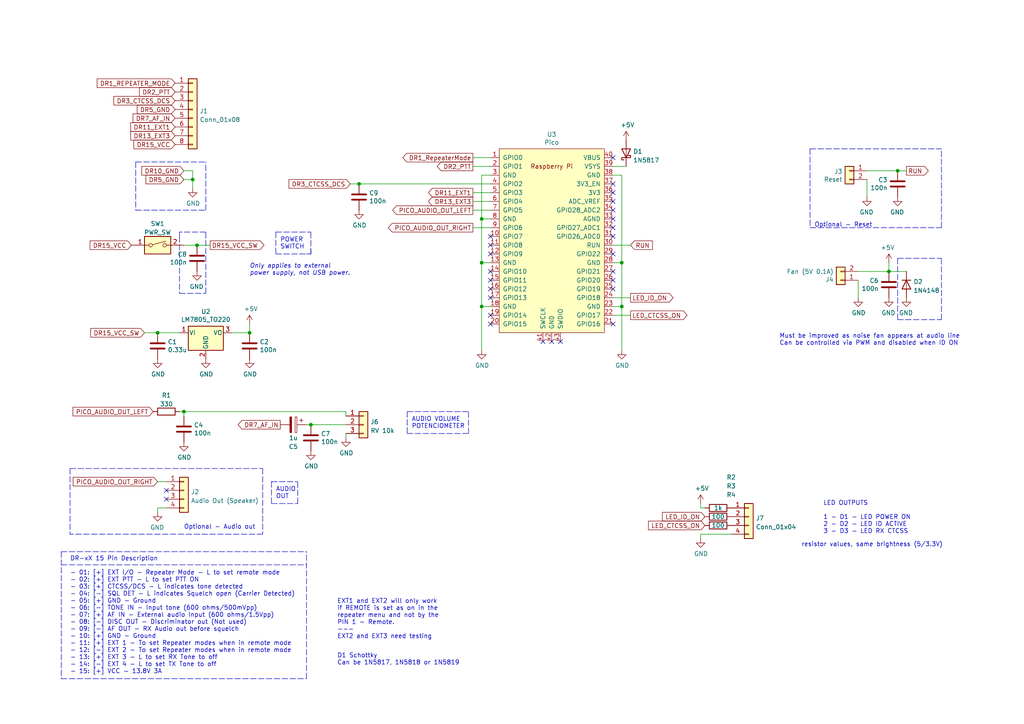
<source format=kicad_sch>
(kicad_sch (version 20211123) (generator eeschema)
  (paper "A4")
  (title_block (title "PicoIDx") (date "2021-12-28") (rev "1.1") (company "#pragma | CT1ENQ") (comment 2 "Raspberry Pi Pico  YAESU DR-x Repeater Voice ID Project") (comment 4 "ARM - Associação Radioamadores do Minho - CS1ARM - CS5ARM"))
  (lib_symbols
    (symbol "Connector_Generic:Conn_01x02" (pin_names (offset 1.016) hide)
      (property "Reference" "J" (at 0 2.54 0))
      (property "Value" "Conn_01x02" (at 0 -5.08 0))
      (symbol "Conn_01x02_1_1"
        (rectangle (start -1.27 -2.413) (end 0 -2.667) (stroke (width 0.1524)))
        (rectangle (start -1.27 0.127) (end 0 -0.127) (stroke (width 0.1524)))
        (rectangle (start -1.27 1.27) (end 1.27 -3.81) (stroke (width 0.254)) (fill (type background)))
        (pin passive line (at -5.08 0 0) (length 3.81) (name "Pin_1") (number "1"))
        (pin passive line (at -5.08 -2.54 0) (length 3.81) (name "Pin_2") (number "2"))
      )
    )
    (symbol "Connector_Generic:Conn_01x03" (pin_names (offset 1.016) hide)
      (property "Reference" "J" (at 0 5.08 0))
      (property "Value" "Conn_01x03" (at 0 -5.08 0))
      (symbol "Conn_01x03_1_1"
        (rectangle (start -1.27 -2.413) (end 0 -2.667) (stroke (width 0.1524)))
        (rectangle (start -1.27 0.127) (end 0 -0.127) (stroke (width 0.1524)))
        (rectangle (start -1.27 2.667) (end 0 2.413) (stroke (width 0.1524)))
        (rectangle (start -1.27 3.81) (end 1.27 -3.81) (stroke (width 0.254)) (fill (type background)))
        (pin passive line (at -5.08 2.54 0) (length 3.81) (name "Pin_1") (number "1"))
        (pin passive line (at -5.08 0 0) (length 3.81) (name "Pin_2") (number "2"))
        (pin passive line (at -5.08 -2.54 0) (length 3.81) (name "Pin_3") (number "3"))
      )
    )
    (symbol "Connector_Generic:Conn_01x04" (pin_names (offset 1.016) hide)
      (property "Reference" "J" (at 0 5.08 0))
      (property "Value" "Conn_01x04" (at 0 -7.62 0))
      (symbol "Conn_01x04_1_1"
        (rectangle (start -1.27 -4.953) (end 0 -5.207) (stroke (width 0.1524)))
        (rectangle (start -1.27 -2.413) (end 0 -2.667) (stroke (width 0.1524)))
        (rectangle (start -1.27 0.127) (end 0 -0.127) (stroke (width 0.1524)))
        (rectangle (start -1.27 2.667) (end 0 2.413) (stroke (width 0.1524)))
        (rectangle (start -1.27 3.81) (end 1.27 -6.35) (stroke (width 0.254)) (fill (type background)))
        (pin passive line (at -5.08 2.54 0) (length 3.81) (name "Pin_1") (number "1"))
        (pin passive line (at -5.08 0 0) (length 3.81) (name "Pin_2") (number "2"))
        (pin passive line (at -5.08 -2.54 0) (length 3.81) (name "Pin_3") (number "3"))
        (pin passive line (at -5.08 -5.08 0) (length 3.81) (name "Pin_4") (number "4"))
      )
    )
    (symbol "Connector_Generic:Conn_01x08" (pin_names (offset 1.016) hide)
      (property "Reference" "J" (at 0 10.16 0))
      (property "Value" "Conn_01x08" (at 0 -12.7 0))
      (symbol "Conn_01x08_1_1"
        (rectangle (start -1.27 -10.033) (end 0 -10.287) (stroke (width 0.1524)))
        (rectangle (start -1.27 -7.493) (end 0 -7.747) (stroke (width 0.1524)))
        (rectangle (start -1.27 -4.953) (end 0 -5.207) (stroke (width 0.1524)))
        (rectangle (start -1.27 -2.413) (end 0 -2.667) (stroke (width 0.1524)))
        (rectangle (start -1.27 0.127) (end 0 -0.127) (stroke (width 0.1524)))
        (rectangle (start -1.27 2.667) (end 0 2.413) (stroke (width 0.1524)))
        (rectangle (start -1.27 5.207) (end 0 4.953) (stroke (width 0.1524)))
        (rectangle (start -1.27 7.747) (end 0 7.493) (stroke (width 0.1524)))
        (rectangle (start -1.27 8.89) (end 1.27 -11.43) (stroke (width 0.254)) (fill (type background)))
        (pin passive line (at -5.08 7.62 0) (length 3.81) (name "Pin_1") (number "1"))
        (pin passive line (at -5.08 5.08 0) (length 3.81) (name "Pin_2") (number "2"))
        (pin passive line (at -5.08 2.54 0) (length 3.81) (name "Pin_3") (number "3"))
        (pin passive line (at -5.08 0 0) (length 3.81) (name "Pin_4") (number "4"))
        (pin passive line (at -5.08 -2.54 0) (length 3.81) (name "Pin_5") (number "5"))
        (pin passive line (at -5.08 -5.08 0) (length 3.81) (name "Pin_6") (number "6"))
        (pin passive line (at -5.08 -7.62 0) (length 3.81) (name "Pin_7") (number "7"))
        (pin passive line (at -5.08 -10.16 0) (length 3.81) (name "Pin_8") (number "8"))
      )
    )
    (symbol "Device:C" (pin_numbers hide) (pin_names (offset 0.254))
      (property "Reference" "C" (at 0.635 2.54 0))
      (property "Value" "C" (at 0.635 -2.54 0))
      (symbol "C_0_1"
        (polyline (pts (xy -2.032 -0.762) (xy 2.032 -0.762)) (stroke (width 0.508)))
        (polyline (pts (xy -2.032 0.762) (xy 2.032 0.762)) (stroke (width 0.508)))
      )
      (symbol "C_1_1"
        (pin passive line (at 0 3.81 270) (length 2.794) (name "~") (number "1"))
        (pin passive line (at 0 -3.81 90) (length 2.794) (name "~") (number "2"))
      )
    )
    (symbol "Device:C_Polarized" (pin_numbers hide) (pin_names (offset 0.254))
      (property "Reference" "C" (at 0.635 2.54 0))
      (property "Value" "C_Polarized" (at 0.635 -2.54 0))
      (symbol "C_Polarized_0_1"
        (rectangle (start -2.286 0.508) (end 2.286 1.016))
        (polyline (pts (xy -1.778 2.286) (xy -0.762 2.286)))
        (polyline (pts (xy -1.27 2.794) (xy -1.27 1.778)))
        (rectangle (start 2.286 -0.508) (end -2.286 -1.016) (fill (type outline)))
      )
      (symbol "C_Polarized_1_1"
        (pin passive line (at 0 3.81 270) (length 2.794) (name "~") (number "1"))
        (pin passive line (at 0 -3.81 90) (length 2.794) (name "~") (number "2"))
      )
    )
    (symbol "Device:R" (pin_numbers hide) (pin_names (offset 0))
      (property "Reference" "R" (at 2.032 0 90))
      (property "Value" "R" (at 0 0 90))
      (symbol "R_0_1"
        (rectangle (start -1.016 -2.54) (end 1.016 2.54) (stroke (width 0.254)))
      )
      (symbol "R_1_1"
        (pin passive line (at 0 3.81 270) (length 1.27) (name "~") (number "1"))
        (pin passive line (at 0 -3.81 90) (length 1.27) (name "~") (number "2"))
      )
    )
    (symbol "Diode:1N4148" (pin_numbers hide) (pin_names (offset 1.016) hide)
      (property "Reference" "D" (at 0 2.54 0))
      (property "Value" "1N4148" (at 0 -2.54 0))
      (symbol "1N4148_0_1"
        (polyline (pts (xy -1.27 1.27) (xy -1.27 -1.27)) (stroke (width 0.254)))
        (polyline (pts (xy 1.27 0) (xy -1.27 0)))
        (polyline (pts (xy 1.27 1.27) (xy 1.27 -1.27) (xy -1.27 0) (xy 1.27 1.27)) (stroke (width 0.254)))
      )
      (symbol "1N4148_1_1"
        (pin passive line (at -3.81 0 0) (length 2.54) (name "K") (number "1"))
        (pin passive line (at 3.81 0 180) (length 2.54) (name "A") (number "2"))
      )
    )
    (symbol "Diode:1N5817" (pin_numbers hide) (pin_names (offset 1.016) hide)
      (property "Reference" "D" (at 0 2.54 0))
      (property "Value" "1N5817" (at 0 -2.54 0))
      (symbol "1N5817_0_1"
        (polyline (pts (xy 1.27 0) (xy -1.27 0)))
        (polyline (pts (xy 1.27 1.27) (xy 1.27 -1.27) (xy -1.27 0) (xy 1.27 1.27)) (stroke (width 0.254)))
        (polyline (pts (xy -1.905 0.635) (xy -1.905 1.27) (xy -1.27 1.27) (xy -1.27 -1.27) (xy -0.635 -1.27) (xy -0.635 -0.635)) (stroke (width 0.254)))
      )
      (symbol "1N5817_1_1"
        (pin passive line (at -3.81 0 0) (length 2.54) (name "K") (number "1"))
        (pin passive line (at 3.81 0 180) (length 2.54) (name "A") (number "2"))
      )
    )
    (symbol "MCU_RaspberryPi_and_Boards:Pico" (pin_names (offset 1.016))
      (property "Reference" "U" (at -13.97 27.94 0))
      (property "Value" "MCU_RaspberryPi_and_Boards_Pico" (at 0 19.05 0))
      (symbol "Pico_0_0"
        (text "Raspberry Pi" (at 0 21.59 0) (effects (font (size 1.27 1.27))))
      )
      (symbol "Pico_0_1"
        (rectangle (start -15.24 26.67) (end 15.24 -26.67) (fill (type background)))
      )
      (symbol "Pico_1_1"
        (pin bidirectional line (at -17.78 24.13 0) (length 2.54) (name "GPIO0") (number "1"))
        (pin bidirectional line (at -17.78 1.27 0) (length 2.54) (name "GPIO7") (number "10"))
        (pin bidirectional line (at -17.78 -1.27 0) (length 2.54) (name "GPIO8") (number "11"))
        (pin bidirectional line (at -17.78 -3.81 0) (length 2.54) (name "GPIO9") (number "12"))
        (pin power_in line (at -17.78 -6.35 0) (length 2.54) (name "GND") (number "13"))
        (pin bidirectional line (at -17.78 -8.89 0) (length 2.54) (name "GPIO10") (number "14"))
        (pin bidirectional line (at -17.78 -11.43 0) (length 2.54) (name "GPIO11") (number "15"))
        (pin bidirectional line (at -17.78 -13.97 0) (length 2.54) (name "GPIO12") (number "16"))
        (pin bidirectional line (at -17.78 -16.51 0) (length 2.54) (name "GPIO13") (number "17"))
        (pin power_in line (at -17.78 -19.05 0) (length 2.54) (name "GND") (number "18"))
        (pin bidirectional line (at -17.78 -21.59 0) (length 2.54) (name "GPIO14") (number "19"))
        (pin bidirectional line (at -17.78 21.59 0) (length 2.54) (name "GPIO1") (number "2"))
        (pin bidirectional line (at -17.78 -24.13 0) (length 2.54) (name "GPIO15") (number "20"))
        (pin bidirectional line (at 17.78 -24.13 180) (length 2.54) (name "GPIO16") (number "21"))
        (pin bidirectional line (at 17.78 -21.59 180) (length 2.54) (name "GPIO17") (number "22"))
        (pin power_in line (at 17.78 -19.05 180) (length 2.54) (name "GND") (number "23"))
        (pin bidirectional line (at 17.78 -16.51 180) (length 2.54) (name "GPIO18") (number "24"))
        (pin bidirectional line (at 17.78 -13.97 180) (length 2.54) (name "GPIO19") (number "25"))
        (pin bidirectional line (at 17.78 -11.43 180) (length 2.54) (name "GPIO20") (number "26"))
        (pin bidirectional line (at 17.78 -8.89 180) (length 2.54) (name "GPIO21") (number "27"))
        (pin power_in line (at 17.78 -6.35 180) (length 2.54) (name "GND") (number "28"))
        (pin bidirectional line (at 17.78 -3.81 180) (length 2.54) (name "GPIO22") (number "29"))
        (pin power_in line (at -17.78 19.05 0) (length 2.54) (name "GND") (number "3"))
        (pin input line (at 17.78 -1.27 180) (length 2.54) (name "RUN") (number "30"))
        (pin bidirectional line (at 17.78 1.27 180) (length 2.54) (name "GPIO26_ADC0") (number "31"))
        (pin bidirectional line (at 17.78 3.81 180) (length 2.54) (name "GPIO27_ADC1") (number "32"))
        (pin power_in line (at 17.78 6.35 180) (length 2.54) (name "AGND") (number "33"))
        (pin bidirectional line (at 17.78 8.89 180) (length 2.54) (name "GPIO28_ADC2") (number "34"))
        (pin unspecified line (at 17.78 11.43 180) (length 2.54) (name "ADC_VREF") (number "35"))
        (pin unspecified line (at 17.78 13.97 180) (length 2.54) (name "3V3") (number "36"))
        (pin input line (at 17.78 16.51 180) (length 2.54) (name "3V3_EN") (number "37"))
        (pin bidirectional line (at 17.78 19.05 180) (length 2.54) (name "GND") (number "38"))
        (pin unspecified line (at 17.78 21.59 180) (length 2.54) (name "VSYS") (number "39"))
        (pin bidirectional line (at -17.78 16.51 0) (length 2.54) (name "GPIO2") (number "4"))
        (pin unspecified line (at 17.78 24.13 180) (length 2.54) (name "VBUS") (number "40"))
        (pin input line (at -2.54 -29.21 90) (length 2.54) (name "SWCLK") (number "41"))
        (pin power_in line (at 0 -29.21 90) (length 2.54) (name "GND") (number "42"))
        (pin bidirectional line (at 2.54 -29.21 90) (length 2.54) (name "SWDIO") (number "43"))
        (pin bidirectional line (at -17.78 13.97 0) (length 2.54) (name "GPIO3") (number "5"))
        (pin bidirectional line (at -17.78 11.43 0) (length 2.54) (name "GPIO4") (number "6"))
        (pin bidirectional line (at -17.78 8.89 0) (length 2.54) (name "GPIO5") (number "7"))
        (pin power_in line (at -17.78 6.35 0) (length 2.54) (name "GND") (number "8"))
        (pin bidirectional line (at -17.78 3.81 0) (length 2.54) (name "GPIO6") (number "9"))
      )
    )
    (symbol "Regulator_Linear:LM7805_TO220" (pin_names (offset 0.254))
      (property "Reference" "U" (at -3.81 3.175 0))
      (property "Value" "LM7805_TO220" (at 0 3.175 0))
      (symbol "LM7805_TO220_0_1"
        (rectangle (start -5.08 1.905) (end 5.08 -5.08) (stroke (width 0.254)) (fill (type background)))
      )
      (symbol "LM7805_TO220_1_1"
        (pin power_in line (at -7.62 0 0) (length 2.54) (name "VI") (number "1"))
        (pin power_in line (at 0 -7.62 90) (length 2.54) (name "GND") (number "2"))
        (pin power_out line (at 7.62 0 180) (length 2.54) (name "VO") (number "3"))
      )
    )
    (symbol "Switch:SW_DIP_x01" (pin_names (offset 0) hide)
      (property "Reference" "SW" (at 0 3.81 0))
      (property "Value" "SW_DIP_x01" (at 0 -3.81 0))
      (symbol "SW_DIP_x01_0_0"
        (circle (center -2.032 0) (radius 0.508))
        (polyline (pts (xy -1.524 0.127) (xy 2.3622 1.1684)))
        (circle (center 2.032 0) (radius 0.508))
      )
      (symbol "SW_DIP_x01_0_1"
        (rectangle (start -3.81 2.54) (end 3.81 -2.54) (stroke (width 0.254)) (fill (type background)))
      )
      (symbol "SW_DIP_x01_1_1"
        (pin passive line (at -7.62 0 0) (length 5.08) (name "~") (number "1"))
        (pin passive line (at 7.62 0 180) (length 5.08) (name "~") (number "2"))
      )
    )
    (symbol "power:+5V" (power) (pin_names (offset 0))
      (property "Value" "+5V" (at 0 3.556 0))
      (symbol "+5V_0_1"
        (polyline (pts (xy -0.762 1.27) (xy 0 2.54)))
        (polyline (pts (xy 0 0) (xy 0 2.54)))
        (polyline (pts (xy 0 2.54) (xy 0.762 1.27)))
      )
      (symbol "+5V_1_1"
        (pin power_in line (at 0 0 90) (length 0) hide (name "+5V") (number "1"))
      )
    )
    (symbol "power:GND" (power) (pin_names (offset 0))
      (property "Value" "GND" (at 0 -3.81 0))
      (symbol "GND_0_1"
        (polyline (pts (xy 0 0) (xy 0 -1.27) (xy 1.27 -1.27) (xy 0 -2.54) (xy -1.27 -1.27) (xy 0 -1.27)))
      )
      (symbol "GND_1_1"
        (pin power_in line (at 0 0 270) (length 0) hide (name "GND") (number "1"))
      )
    )
  )
  (junction (at 45.72 96.52))
  (junction (at 53.34 119.38))
  (junction (at 104.14 53.34))
  (junction (at 90.17 123.19))
  (junction (at 139.7 76.2))
  (junction (at 139.7 88.9))
  (junction (at 72.39 96.52))
  (junction (at 180.34 88.9))
  (junction (at 260.35 49.53))
  (junction (at 180.34 76.2))
  (junction (at 55.88 52.07))
  (junction (at 57.15 71.12))
  (junction (at 257.81 78.74))
  (junction (at 139.7 63.5))
  (no_connect (at 177.8 45.72))
  (no_connect (at 142.24 68.58))
  (no_connect (at 142.24 71.12))
  (no_connect (at 142.24 81.28))
  (no_connect (at 142.24 78.74))
  (no_connect (at 142.24 91.44))
  (no_connect (at 142.24 93.98))
  (no_connect (at 177.8 55.88))
  (no_connect (at 177.8 53.34))
  (no_connect (at 177.8 60.96))
  (no_connect (at 177.8 58.42))
  (no_connect (at 177.8 63.5))
  (no_connect (at 177.8 66.04))
  (no_connect (at 177.8 78.74))
  (no_connect (at 177.8 73.66))
  (no_connect (at 177.8 68.58))
  (no_connect (at 142.24 83.82))
  (no_connect (at 142.24 86.36))
  (no_connect (at 142.24 73.66))
  (no_connect (at 177.8 81.28))
  (no_connect (at 177.8 83.82))
  (no_connect (at 48.26 142.24))
  (no_connect (at 48.26 144.78))
  (no_connect (at 162.56 99.06))
  (no_connect (at 177.8 93.98))
  (no_connect (at 157.48 99.06))
  (no_connect (at 160.02 99.06))
  (wire (pts (xy 139.7 88.9) (xy 139.7 101.6)))
  (wire (pts (xy 137.16 66.04) (xy 142.24 66.04)))
  (wire (pts (xy 67.31 96.52) (xy 72.39 96.52)))
  (wire (pts (xy 248.92 78.74) (xy 257.81 78.74)))
  (wire (pts (xy 55.88 49.53) (xy 55.88 52.07)))
  (wire (pts (xy 260.35 49.53) (xy 251.46 49.53)))
  (polyline (pts (xy 17.78 163.83) (xy 88.9 163.83)))
  (wire (pts (xy 139.7 50.8) (xy 139.7 63.5)))
  (polyline (pts (xy 59.69 85.09) (xy 59.69 67.31)))
  (wire (pts (xy 203.2 154.94) (xy 203.2 156.21)))
  (wire (pts (xy 177.8 48.26) (xy 181.61 48.26)))
  (polyline (pts (xy 17.78 196.85) (xy 88.9 196.85)))
  (polyline (pts (xy 78.74 139.7) (xy 86.36 139.7)))
  (polyline (pts (xy 17.78 160.02) (xy 17.78 196.85)))
  (polyline (pts (xy 273.05 66.04) (xy 273.05 43.18)))
  (polyline (pts (xy 90.17 73.66) (xy 90.17 67.31)))
  (wire (pts (xy 88.9 123.19) (xy 90.17 123.19)))
  (wire (pts (xy 100.33 125.73) (xy 100.33 127)))
  (polyline (pts (xy 76.2 135.89) (xy 76.2 154.94)))
  (wire (pts (xy 139.7 88.9) (xy 142.24 88.9)))
  (wire (pts (xy 72.39 96.52) (xy 72.39 93.98)))
  (polyline (pts (xy 59.69 60.96) (xy 59.69 46.99)))
  (polyline (pts (xy 118.11 119.38) (xy 135.89 119.38)))
  (wire (pts (xy 177.8 86.36) (xy 182.88 86.36)))
  (polyline (pts (xy 76.2 154.94) (xy 20.32 154.94)))
  (wire (pts (xy 57.15 71.12) (xy 60.96 71.12)))
  (polyline (pts (xy 234.95 66.04) (xy 273.05 66.04)))
  (wire (pts (xy 251.46 52.07) (xy 251.46 57.15)))
  (wire (pts (xy 104.14 53.34) (xy 142.24 53.34)))
  (wire (pts (xy 203.2 154.94) (xy 212.09 154.94)))
  (wire (pts (xy 142.24 50.8) (xy 139.7 50.8)))
  (wire (pts (xy 139.7 63.5) (xy 142.24 63.5)))
  (polyline (pts (xy 52.07 67.31) (xy 52.07 68.58)))
  (wire (pts (xy 257.81 76.2) (xy 257.81 78.74)))
  (polyline (pts (xy 80.01 67.31) (xy 90.17 67.31)))
  (wire (pts (xy 53.34 119.38) (xy 53.34 120.65)))
  (wire (pts (xy 203.2 146.05) (xy 203.2 147.32)))
  (polyline (pts (xy 135.89 125.73) (xy 135.89 119.38)))
  (polyline (pts (xy 17.78 160.02) (xy 88.9 160.02)))
  (wire (pts (xy 137.16 60.96) (xy 142.24 60.96)))
  (polyline (pts (xy 118.11 119.38) (xy 118.11 125.73)))
  (wire (pts (xy 139.7 63.5) (xy 139.7 76.2)))
  (polyline (pts (xy 78.74 146.05) (xy 86.36 146.05)))
  (polyline (pts (xy 52.07 85.09) (xy 59.69 85.09)))
  (wire (pts (xy 53.34 52.07) (xy 55.88 52.07)))
  (polyline (pts (xy 260.35 74.93) (xy 260.35 92.71)))
  (polyline (pts (xy 88.9 73.66) (xy 90.17 73.66)))
  (polyline (pts (xy 20.32 135.89) (xy 20.32 154.94)))
  (polyline (pts (xy 88.9 196.85) (xy 88.9 160.02)))
  (wire (pts (xy 52.07 119.38) (xy 53.34 119.38)))
  (wire (pts (xy 137.16 48.26) (xy 142.24 48.26)))
  (polyline (pts (xy 39.37 46.99) (xy 39.37 60.96)))
  (wire (pts (xy 139.7 76.2) (xy 142.24 76.2)))
  (wire (pts (xy 139.7 76.2) (xy 139.7 88.9)))
  (wire (pts (xy 180.34 76.2) (xy 180.34 88.9)))
  (polyline (pts (xy 78.74 139.7) (xy 78.74 146.05)))
  (polyline (pts (xy 234.95 43.18) (xy 234.95 66.04)))
  (polyline (pts (xy 80.01 73.66) (xy 88.9 73.66)))
  (wire (pts (xy 137.16 55.88) (xy 142.24 55.88)))
  (polyline (pts (xy 260.35 74.93) (xy 273.05 74.93)))
  (wire (pts (xy 203.2 147.32) (xy 204.47 147.32)))
  (wire (pts (xy 101.6 53.34) (xy 104.14 53.34)))
  (wire (pts (xy 177.8 88.9) (xy 180.34 88.9)))
  (polyline (pts (xy 273.05 92.71) (xy 273.05 74.93)))
  (wire (pts (xy 248.92 81.28) (xy 248.92 86.36)))
  (wire (pts (xy 177.8 50.8) (xy 180.34 50.8)))
  (wire (pts (xy 180.34 88.9) (xy 180.34 101.6)))
  (wire (pts (xy 137.16 45.72) (xy 142.24 45.72)))
  (polyline (pts (xy 86.36 146.05) (xy 86.36 139.7)))
  (polyline (pts (xy 59.69 67.31) (xy 52.07 67.31)))
  (polyline (pts (xy 52.07 68.58) (xy 52.07 85.09)))
  (polyline (pts (xy 260.35 92.71) (xy 273.05 92.71)))
  (wire (pts (xy 41.91 96.52) (xy 45.72 96.52)))
  (wire (pts (xy 260.35 49.53) (xy 262.89 49.53)))
  (polyline (pts (xy 118.11 125.73) (xy 135.89 125.73)))
  (wire (pts (xy 53.34 119.38) (xy 100.33 119.38)))
  (polyline (pts (xy 234.95 43.18) (xy 273.05 43.18)))
  (polyline (pts (xy 39.37 60.96) (xy 59.69 60.96)))
  (wire (pts (xy 45.72 147.32) (xy 48.26 147.32)))
  (wire (pts (xy 45.72 148.59) (xy 45.72 147.32)))
  (polyline (pts (xy 20.32 135.89) (xy 76.2 135.89)))
  (wire (pts (xy 177.8 71.12) (xy 182.88 71.12)))
  (wire (pts (xy 180.34 50.8) (xy 180.34 76.2)))
  (polyline (pts (xy 90.17 73.66) (xy 90.17 72.39)))
  (wire (pts (xy 52.07 96.52) (xy 45.72 96.52)))
  (wire (pts (xy 55.88 52.07) (xy 55.88 54.61)))
  (wire (pts (xy 177.8 76.2) (xy 180.34 76.2)))
  (wire (pts (xy 137.16 58.42) (xy 142.24 58.42)))
  (wire (pts (xy 177.8 91.44) (xy 182.88 91.44)))
  (polyline (pts (xy 80.01 67.31) (xy 80.01 73.66)))
  (wire (pts (xy 53.34 71.12) (xy 57.15 71.12)))
  (wire (pts (xy 53.34 49.53) (xy 55.88 49.53)))
  (wire (pts (xy 90.17 123.19) (xy 100.33 123.19)))
  (wire (pts (xy 45.72 139.7) (xy 48.26 139.7)))
  (wire (pts (xy 100.33 120.65) (xy 100.33 119.38)))
  (polyline (pts (xy 39.37 46.99) (xy 59.69 46.99)))
  (wire (pts (xy 257.81 78.74) (xy 262.89 78.74)))
  (text "resistor values, same brightness (5/3.3V)" (at 232.41 158.75 0) (effects (font (size 1.27 1.27)) (justify left bottom)))
  (text "D1 Schottky \nCan be 1N5817, 1N5818 or 1N5819" (at 97.79 193.04 0) (effects (font (size 1.27 1.27)) (justify left bottom)))
  (text "EXT1 and EXT2 will only work\nif REMOTE is set as on in the\nrepeater menu and not by the\nPIN 1 - Remote.\n---\nEXT2 and EXT3 need testing" (at 97.79 185.42 0) (effects (font (size 1.27 1.27)) (justify left bottom)))
  (text "AUDIO\nOUT" (at 80.01 144.78 0) (effects (font (size 1.27 1.27)) (justify left bottom)))
  (text "Optional - Reset" (at 236.22 66.04 0) (effects (font (size 1.27 1.27)) (justify left bottom)))
  (text "Only applies to external\npower supply, not USB power." (at 72.39 80.01 0) (effects (font (size 1.27 1.27) italic) (justify left bottom)))
  (text "LED OUTPUTS\n\n1 - D1 - LED POWER ON\n2 - D2 - LED ID ACTIVE\n3 - D3 - LED RX CTCSS" (at 238.76 154.94 0) (effects (font (size 1.27 1.27)) (justify left bottom)))
  (text "Must be improved as noise fan appears at audio line\nCan be controlled via PWM and disabled when ID ON" (at 226.06 100.33 0) (effects (font (size 1.27 1.27)) (justify left bottom)))
  (text "AUDIO VOLUME\nPOTENCIOMETER" (at 119.38 124.46 0) (effects (font (size 1.27 1.27)) (justify left bottom)))
  (text "Optional - Audio out" (at 53.34 153.67 0) (effects (font (size 1.27 1.27)) (justify left bottom)))
  (text "POWER\nSWITCH" (at 81.28 72.39 0) (effects (font (size 1.27 1.27)) (justify left bottom)))
  (text "DR-xX 15 Pin Description\n\n- 01: [+] EXT I/O - Repeater Mode - L to set remote mode\n- 02: [+] EXT PTT - L to set PTT ON\n- 03: [+] CTCSS/DCS - L indicates tone detected\n- 04: [-] SQL DET - L indicates Squelch open (Carrier Detected)\n- 05: [+] GND - Ground\n- 06: [-] TONE IN - Input tone (600 ohms/500mVpp)\n- 07: [+] AF IN - External audio Input (600 ohms/1.5Vpp)\n- 08: [-] DISC OUT - Discriminator out (Not used)\n- 09: [-] AF OUT - RX Audio out before squelch\n- 10: [+] GND - Ground\n- 11: [+] EXT 1 - To set Repeater modes when in remote mode\n- 12: [-] EXT 2 - To set Repeater modes when in remote mode\n- 13: [+] EXT 3 - L to set RX Tone to off\n- 14: [-] EXT 4 - L to set TX Tone to off\n- 15: [+] VCC - 13.8V 3A" (at 20.32 195.58 0) (effects (font (size 1.27 1.27)) (justify left bottom)))
  (global_label "DR11_EXT1" (shape input) (at 50.8 36.83 180) (property "Intersheet References" "${INTERSHEET_REFS}" (effects hide)))
  (global_label "DR13_EXT3" (shape input) (at 50.8 39.37 180) (property "Intersheet References" "${INTERSHEET_REFS}" (effects hide)))
  (global_label "PICO_AUDIO_OUT_RIGHT" (shape output) (at 137.16 66.04 180) (property "Intersheet References" "${INTERSHEET_REFS}" (effects hide)))
  (global_label "DR3_CTCSS_DCS" (shape input) (at 101.6 53.34 180) (property "Intersheet References" "${INTERSHEET_REFS}" (effects hide)))
  (global_label "DR2_PTT" (shape input) (at 50.8 26.67 180) (property "Intersheet References" "${INTERSHEET_REFS}" (effects hide)))
  (global_label "DR3_CTCSS_DCS" (shape input) (at 50.8 29.21 180) (property "Intersheet References" "${INTERSHEET_REFS}" (effects hide)))
  (global_label "DR15_VCC" (shape input) (at 38.1 71.12 180) (property "Intersheet References" "${INTERSHEET_REFS}" (effects hide)))
  (global_label "DR15_VCC" (shape input) (at 50.8 41.91 180) (property "Intersheet References" "${INTERSHEET_REFS}" (effects hide)))
  (global_label "DR11_EXT1" (shape output) (at 137.16 55.88 180) (property "Intersheet References" "${INTERSHEET_REFS}" (effects hide)))
  (global_label "LED_CTCSS_ON" (shape input) (at 204.47 152.4 180) (property "Intersheet References" "${INTERSHEET_REFS}" (effects hide)))
  (global_label "RUN" (shape output) (at 262.89 49.53 0) (property "Intersheet References" "${INTERSHEET_REFS}" (effects hide)))
  (global_label "PICO_AUDIO_OUT_RIGHT" (shape input) (at 45.72 139.7 180) (property "Intersheet References" "${INTERSHEET_REFS}" (effects hide)))
  (global_label "DR7_AF_IN" (shape input) (at 50.8 34.29 180) (property "Intersheet References" "${INTERSHEET_REFS}" (effects hide)))
  (global_label "PICO_AUDIO_OUT_LEFT" (shape output) (at 137.16 60.96 180) (property "Intersheet References" "${INTERSHEET_REFS}" (effects hide)))
  (global_label "DR13_EXT3" (shape output) (at 137.16 58.42 180) (property "Intersheet References" "${INTERSHEET_REFS}" (effects hide)))
  (global_label "DR2_PTT" (shape output) (at 137.16 48.26 180) (property "Intersheet References" "${INTERSHEET_REFS}" (effects hide)))
  (global_label "DR1_REPEATER_MODE" (shape input) (at 50.8 24.13 180) (property "Intersheet References" "${INTERSHEET_REFS}" (effects hide)))
  (global_label "DR10_GND" (shape input) (at 53.34 49.53 180) (property "Intersheet References" "${INTERSHEET_REFS}" (effects hide)))
  (global_label "DR7_AF_IN" (shape output) (at 81.28 123.19 180) (property "Intersheet References" "${INTERSHEET_REFS}" (effects hide)))
  (global_label "LED_ID_ON" (shape output) (at 182.88 86.36 0) (property "Intersheet References" "${INTERSHEET_REFS}" (effects hide)))
  (global_label "DR5_GND" (shape input) (at 50.8 31.75 180) (property "Intersheet References" "${INTERSHEET_REFS}" (effects hide)))
  (global_label "DR1_RepeaterMode" (shape output) (at 137.16 45.72 180) (property "Intersheet References" "${INTERSHEET_REFS}" (effects hide)))
  (global_label "RUN" (shape input) (at 182.88 71.12 0) (property "Intersheet References" "${INTERSHEET_REFS}" (effects hide)))
  (global_label "DR15_VCC_SW" (shape output) (at 60.96 71.12 0) (property "Intersheet References" "${INTERSHEET_REFS}" (effects hide)))
  (global_label "LED_ID_ON" (shape input) (at 204.47 149.86 180) (property "Intersheet References" "${INTERSHEET_REFS}" (effects hide)))
  (global_label "DR15_VCC_SW" (shape input) (at 41.91 96.52 180) (property "Intersheet References" "${INTERSHEET_REFS}" (effects hide)))
  (global_label "LED_CTCSS_ON" (shape output) (at 182.88 91.44 0) (property "Intersheet References" "${INTERSHEET_REFS}" (effects hide)))
  (global_label "PICO_AUDIO_OUT_LEFT" (shape input) (at 44.45 119.38 180) (property "Intersheet References" "${INTERSHEET_REFS}" (effects hide)))
  (global_label "DR5_GND" (shape input) (at 53.34 52.07 180) (property "Intersheet References" "${INTERSHEET_REFS}" (effects hide)))
  (symbol (lib_id "Regulator_Linear:LM7805_TO220") (at 59.69 96.52 0) (unit 1)
    (property "Reference" "U2" (at 59.69 90.3732 0))
    (property "Value" "LM7805_TO220" (at 59.69 92.6846 0))
    (property "Footprint" "Package_TO_SOT_THT:TO-220-3_Vertical" (effects hide))
    (property "Datasheet" "https://www.onsemi.cn/PowerSolutions/document/MC7800-D.PDF" (effects hide))
  )
  (symbol (lib_id "power:+5V") (at 72.39 93.98 0) (unit 1)
    (property "Reference" "#PWR0101" (effects hide))
    (property "Value" "+5V" (at 72.771 89.5858 0))
  )
  (symbol (lib_id "power:GND") (at 59.69 104.14 0) (unit 1)
    (property "Reference" "#PWR0102" (effects hide))
    (property "Value" "GND" (at 59.817 108.5342 0))
  )
  (symbol (lib_id "power:+5V") (at 181.61 40.64 0) (unit 1)
    (property "Reference" "#PWR0106" (effects hide))
    (property "Value" "+5V" (at 181.991 36.2458 0))
  )
  (symbol (lib_id "MCU_RaspberryPi_and_Boards:Pico") (at 160.02 69.85 0) (unit 1)
    (property "Reference" "U3" (at 160.02 38.989 0))
    (property "Value" "Pico" (at 160.02 41.3004 0))
    (property "Footprint" "MCU_RaspberryPi_and_Boards:RPi_Pico_SMD_TH" (effects hide))
  )
  (symbol (lib_id "power:GND") (at 180.34 101.6 0) (unit 1)
    (property "Reference" "#PWR0108" (effects hide))
    (property "Value" "GND" (at 180.467 105.9942 0))
  )
  (symbol (lib_id "Connector_Generic:Conn_01x02") (at 246.38 49.53 0) (mirror y) (unit 1)
    (property "Reference" "J3" (at 244.348 49.7332 0) (effects (justify left)))
    (property "Value" "Reset" (at 244.348 52.0446 0) (effects (justify left)))
    (property "Footprint" "Connector_Molex:Molex_KK-254_AE-6410-02A_1x02_P2.54mm_Vertical" (effects hide))
  )
  (symbol (lib_id "power:GND") (at 251.46 57.15 0) (mirror y) (unit 1)
    (property "Reference" "#PWR0109" (effects hide))
    (property "Value" "GND" (at 251.333 61.5442 0))
  )
  (symbol (lib_id "Device:C") (at 260.35 53.34 0) (mirror y) (unit 1)
    (property "Reference" "C3" (at 257.429 52.1716 0) (effects (justify left)))
    (property "Value" "100n" (at 257.429 54.483 0) (effects (justify left)))
    (property "Footprint" "Capacitor_THT:C_Disc_D5.0mm_W2.5mm_P5.00mm" (effects hide))
  )
  (symbol (lib_id "power:GND") (at 260.35 57.15 0) (mirror y) (unit 1)
    (property "Reference" "#PWR0110" (effects hide))
    (property "Value" "GND" (at 260.223 61.5442 0))
  )
  (symbol (lib_id "power:GND") (at 55.88 54.61 0) (unit 1)
    (property "Reference" "#PWR0111" (effects hide))
    (property "Value" "GND" (at 56.007 59.0042 0))
  )
  (symbol (lib_id "Device:C") (at 72.39 100.33 0) (unit 1)
    (property "Reference" "C2" (at 75.311 99.1616 0) (effects (justify left)))
    (property "Value" "100n" (at 75.311 101.473 0) (effects (justify left)))
    (property "Footprint" "Capacitor_THT:C_Disc_D5.0mm_W2.5mm_P5.00mm" (effects hide))
  )
  (symbol (lib_id "power:GND") (at 72.39 104.14 0) (unit 1)
    (property "Reference" "#PWR0112" (effects hide))
    (property "Value" "GND" (at 72.517 108.5342 0))
  )
  (symbol (lib_id "Device:C") (at 45.72 100.33 0) (unit 1)
    (property "Reference" "C1" (at 48.641 99.1616 0) (effects (justify left)))
    (property "Value" "0.33u" (at 48.641 101.473 0) (effects (justify left)))
    (property "Footprint" "Capacitor_THT:CP_Radial_D5.0mm_P2.50mm" (effects hide))
  )
  (symbol (lib_id "power:GND") (at 45.72 104.14 0) (unit 1)
    (property "Reference" "#PWR0113" (effects hide))
    (property "Value" "GND" (at 45.847 108.5342 0))
  )
  (symbol (lib_id "Device:C") (at 53.34 124.46 0) (unit 1)
    (property "Reference" "C4" (at 56.261 123.2916 0) (effects (justify left)))
    (property "Value" "100n" (at 56.261 125.603 0) (effects (justify left)))
    (property "Footprint" "Capacitor_THT:C_Disc_D5.0mm_W2.5mm_P5.00mm" (effects hide))
  )
  (symbol (lib_id "power:GND") (at 248.92 86.36 0) (unit 1)
    (property "Reference" "#PWR02" (effects hide))
    (property "Value" "GND" (at 249.047 90.7542 0))
  )
  (symbol (lib_id "Diode:1N5817") (at 181.61 44.45 90) (unit 1)
    (property "Reference" "D1" (at 183.642 43.9328 90) (effects (justify right)))
    (property "Value" "1N5817" (at 183.642 46.4697 90) (effects (justify right)))
    (property "Footprint" "Diode_THT:D_DO-41_SOD81_P10.16mm_Horizontal" (effects hide))
    (property "Datasheet" "http://www.vishay.com/docs/88525/1n5817.pdf" (effects hide))
  )
  (symbol (lib_id "power:GND") (at 104.14 60.96 0) (unit 1)
    (property "Reference" "#PWR09" (effects hide))
    (property "Value" "GND" (at 104.267 65.3542 0))
  )
  (symbol (lib_id "Connector_Generic:Conn_01x04") (at 53.34 142.24 0) (unit 1)
    (property "Reference" "J2" (at 55.372 142.6753 0) (effects (justify left)))
    (property "Value" "Audio Out (Speaker)" (at 55.372 145.2122 0) (effects (justify left)))
    (property "Footprint" "Connector_PinHeader_2.54mm:PinHeader_1x04_P2.54mm_Vertical" (effects hide))
  )
  (symbol (lib_id "power:+5V") (at 257.81 76.2 0) (mirror y) (unit 1)
    (property "Reference" "#PWR01" (effects hide))
    (property "Value" "+5V" (at 257.429 71.8058 0))
  )
  (symbol (lib_id "Switch:SW_DIP_x01") (at 45.72 71.12 0) (unit 1)
    (property "Reference" "SW1" (at 45.72 64.8802 0))
    (property "Value" "PWR_SW" (at 45.72 67.4171 0))
    (property "Footprint" "Connector_Molex:Molex_KK-254_AE-6410-02A_1x02_P2.54mm_Vertical" (effects hide))
  )
  (symbol (lib_id "Device:C_Polarized") (at 85.09 123.19 270) (unit 1)
    (property "Reference" "C5" (at 85.09 129.54 90))
    (property "Value" "1u" (at 85.09 127 90))
    (property "Footprint" "Capacitor_THT:C_Disc_D5.0mm_W2.5mm_P5.00mm" (effects hide))
  )
  (symbol (lib_id "Connector_Generic:Conn_01x02") (at 243.84 81.28 180) (unit 1)
    (property "Reference" "J4" (at 241.808 81.0768 0) (effects (justify left)))
    (property "Value" "Fan (5V 0.1A)" (at 241.808 78.7654 0) (effects (justify left)))
    (property "Footprint" "Connector_Molex:Molex_KK-254_AE-6410-02A_1x02_P2.54mm_Vertical" (effects hide))
  )
  (symbol (lib_id "power:GND") (at 45.72 148.59 0) (mirror y) (unit 1)
    (property "Reference" "#PWR0103" (effects hide))
    (property "Value" "GND" (at 45.593 152.9842 0))
  )
  (symbol (lib_id "Device:C") (at 104.14 57.15 0) (unit 1)
    (property "Reference" "C9" (at 107.061 55.9816 0) (effects (justify left)))
    (property "Value" "100n" (at 107.061 58.293 0) (effects (justify left)))
    (property "Footprint" "Capacitor_THT:C_Disc_D5.0mm_W2.5mm_P5.00mm" (effects hide))
  )
  (symbol (lib_id "power:GND") (at 262.89 86.36 0) (mirror y) (unit 1)
    (property "Reference" "#PWR07" (effects hide))
    (property "Value" "GND" (at 262.763 90.7542 0))
  )
  (symbol (lib_id "Diode:1N4148") (at 262.89 82.55 270) (unit 1)
    (property "Reference" "D2" (at 264.922 81.7153 90) (effects (justify left)))
    (property "Value" "1N4148" (at 264.922 84.2522 90) (effects (justify left)))
    (property "Footprint" "Diode_THT:D_DO-35_SOD27_P7.62mm_Horizontal" (effects hide))
    (property "Datasheet" "https://assets.nexperia.com/documents/data-sheet/1N4148_1N4448.pdf" (effects hide))
  )
  (symbol (lib_id "Device:R") (at 208.28 152.4 90) (unit 1)
    (property "Reference" "R4" (at 212.09 143.51 90))
    (property "Value" "100" (at 208.28 149.86 90))
    (property "Footprint" "Resistor_THT:R_Axial_DIN0207_L6.3mm_D2.5mm_P10.16mm_Horizontal" (effects hide))
  )
  (symbol (lib_id "power:GND") (at 203.2 156.21 0) (unit 1)
    (property "Reference" "#PWR03" (effects hide))
    (property "Value" "GND" (at 203.327 160.6042 0))
  )
  (symbol (lib_id "Device:R") (at 208.28 149.86 90) (unit 1)
    (property "Reference" "R3" (at 212.09 140.97 90))
    (property "Value" "100" (at 208.28 152.4 90))
    (property "Footprint" "Resistor_THT:R_Axial_DIN0207_L6.3mm_D2.5mm_P10.16mm_Horizontal" (effects hide))
  )
  (symbol (lib_id "Connector_Generic:Conn_01x03") (at 105.41 123.19 0) (unit 1)
    (property "Reference" "J6" (at 107.442 122.3553 0) (effects (justify left)))
    (property "Value" "RV 10k" (at 107.442 124.8922 0) (effects (justify left)))
    (property "Footprint" "Connector_Molex:Molex_KK-254_AE-6410-03A_1x03_P2.54mm_Vertical" (effects hide))
  )
  (symbol (lib_id "power:GND") (at 139.7 101.6 0) (unit 1)
    (property "Reference" "#PWR06" (effects hide))
    (property "Value" "GND" (at 139.827 105.9942 0))
  )
  (symbol (lib_id "Device:C") (at 257.81 82.55 0) (mirror y) (unit 1)
    (property "Reference" "C6" (at 254.889 81.3816 0) (effects (justify left)))
    (property "Value" "100n" (at 254.889 83.693 0) (effects (justify left)))
    (property "Footprint" "Capacitor_THT:C_Disc_D5.0mm_W2.5mm_P5.00mm" (effects hide))
  )
  (symbol (lib_id "power:GND") (at 257.81 86.36 0) (mirror y) (unit 1)
    (property "Reference" "#PWR04" (effects hide))
    (property "Value" "GND" (at 257.683 90.7542 0))
  )
  (symbol (lib_id "power:GND") (at 100.33 127 0) (unit 1)
    (property "Reference" "#PWR0115" (effects hide))
    (property "Value" "GND" (at 100.457 131.3942 0))
  )
  (symbol (lib_id "Device:C") (at 90.17 127 0) (unit 1)
    (property "Reference" "C7" (at 93.091 125.8316 0) (effects (justify left)))
    (property "Value" "100n" (at 93.091 128.143 0) (effects (justify left)))
    (property "Footprint" "Capacitor_THT:C_Disc_D5.0mm_W2.5mm_P5.00mm" (effects hide))
  )
  (symbol (lib_id "power:+5V") (at 203.2 146.05 0) (unit 1)
    (property "Reference" "#PWR0104" (effects hide))
    (property "Value" "+5V" (at 203.581 141.6558 0))
  )
  (symbol (lib_id "Connector_Generic:Conn_01x08") (at 55.88 31.75 0) (unit 1)
    (property "Reference" "J1" (at 57.912 32.1853 0) (effects (justify left)))
    (property "Value" "Conn_01x08" (at 57.912 34.7222 0) (effects (justify left)))
    (property "Footprint" "Connector_Molex:Molex_KK-254_AE-6410-08A_1x08_P2.54mm_Vertical" (effects hide))
  )
  (symbol (lib_id "Device:R") (at 48.26 119.38 90) (unit 1)
    (property "Reference" "R1" (at 48.26 114.6642 90))
    (property "Value" "330" (at 48.26 117.2011 90))
    (property "Footprint" "Resistor_THT:R_Axial_DIN0207_L6.3mm_D2.5mm_P10.16mm_Horizontal" (effects hide))
  )
  (symbol (lib_id "power:GND") (at 53.34 128.27 0) (unit 1)
    (property "Reference" "#PWR0116" (effects hide))
    (property "Value" "GND" (at 53.467 132.6642 0))
  )
  (symbol (lib_id "Device:C") (at 57.15 74.93 0) (mirror y) (unit 1)
    (property "Reference" "C8" (at 54.229 73.7616 0) (effects (justify left)))
    (property "Value" "100n" (at 54.229 76.073 0) (effects (justify left)))
    (property "Footprint" "Capacitor_THT:C_Disc_D5.0mm_W2.5mm_P5.00mm" (effects hide))
  )
  (symbol (lib_id "Connector_Generic:Conn_01x04") (at 217.17 149.86 0) (unit 1)
    (property "Reference" "J7" (at 219.202 150.2953 0) (effects (justify left)))
    (property "Value" "Conn_01x04" (at 219.202 152.8322 0) (effects (justify left)))
    (property "Footprint" "Connector_Molex:Molex_KK-254_AE-6410-04A_1x04_P2.54mm_Vertical" (effects hide))
  )
  (symbol (lib_id "power:GND") (at 57.15 78.74 0) (mirror y) (unit 1)
    (property "Reference" "#PWR08" (effects hide))
    (property "Value" "GND" (at 57.023 83.1342 0))
  )
  (symbol (lib_id "power:GND") (at 90.17 130.81 0) (unit 1)
    (property "Reference" "#PWR05" (effects hide))
    (property "Value" "GND" (at 90.297 135.2042 0))
  )
  (symbol (lib_id "Device:R") (at 208.28 147.32 90) (unit 1)
    (property "Reference" "R2" (at 212.09 138.43 90))
    (property "Value" "1k" (at 208.28 147.32 90))
    (property "Footprint" "Resistor_THT:R_Axial_DIN0207_L6.3mm_D2.5mm_P10.16mm_Horizontal" (effects hide))
  )
)
</source>
